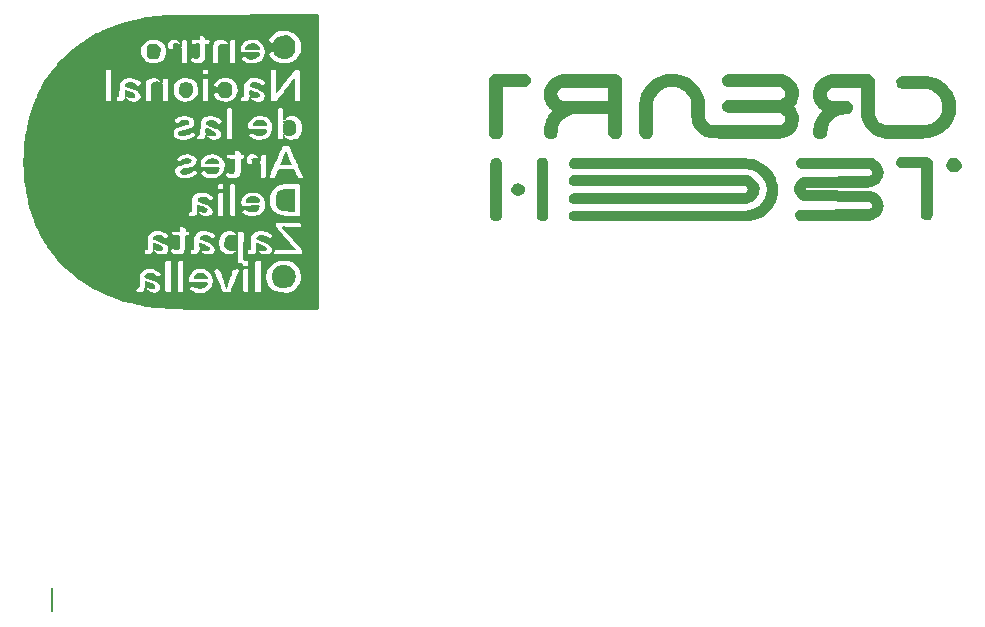
<source format=gbo>
G04 Layer: BottomSilkscreenLayer*
G04 EasyEDA v6.5.54, 2026-02-11 06:23:56*
G04 3bbecb6fe9b747f29c0abc7b8abece35,92e600de7ff74937a4e092c024f19ce6,10*
G04 Gerber Generator version 0.2*
G04 Scale: 100 percent, Rotated: No, Reflected: No *
G04 Dimensions in millimeters *
G04 leading zeros omitted , absolute positions ,4 integer and 5 decimal *
%FSLAX45Y45*%
%MOMM*%

%ADD10C,0.1270*%
%ADD11C,0.0140*%

%LPD*%
G36*
X-2977388Y6800596D02*
G01*
X-3010916Y6798360D01*
X-3029559Y6789521D01*
X-3044850Y6772605D01*
X-3044850Y6769404D01*
X-3051251Y6758838D01*
X-3051251Y6285433D01*
X-3042208Y6269278D01*
X-3028899Y6255461D01*
X-3017164Y6249162D01*
X-2996692Y6244640D01*
X-2981807Y6246520D01*
X-2966313Y6251498D01*
X-2953258Y6261506D01*
X-2946450Y6268161D01*
X-2936189Y6288074D01*
X-2934766Y6684873D01*
X-2931058Y6688328D01*
X-2747264Y6689699D01*
X-2727858Y6697319D01*
X-2711399Y6711543D01*
X-2701899Y6729577D01*
X-2701848Y6758838D01*
X-2710586Y6776110D01*
X-2724404Y6788861D01*
X-2738729Y6796430D01*
X-2754376Y6799376D01*
X-2761488Y6800291D01*
G37*
G36*
X-1502816Y6800443D02*
G01*
X-1511350Y6799529D01*
X-1534109Y6797903D01*
X-1559661Y6795211D01*
X-1602232Y6783120D01*
X-1615033Y6776770D01*
X-1619656Y6776770D01*
X-1626412Y6771792D01*
X-1636928Y6766814D01*
X-1659077Y6755130D01*
X-1678838Y6740194D01*
X-1684680Y6735572D01*
X-1702816Y6720230D01*
X-1730146Y6689648D01*
X-1735785Y6681774D01*
X-1749298Y6659067D01*
X-1752701Y6652463D01*
X-1756562Y6648043D01*
X-1763725Y6629857D01*
X-1767382Y6616344D01*
X-1770481Y6610959D01*
X-1778000Y6583273D01*
X-1781860Y6531457D01*
X-1781962Y6306261D01*
X-1778914Y6285738D01*
X-1770329Y6271463D01*
X-1758137Y6259677D01*
X-1740357Y6251295D01*
X-1722120Y6248654D01*
X-1703476Y6251651D01*
X-1689252Y6258407D01*
X-1675536Y6270447D01*
X-1664766Y6288074D01*
X-1663242Y6556705D01*
X-1656638Y6580631D01*
X-1648053Y6603847D01*
X-1644192Y6606895D01*
X-1644192Y6609994D01*
X-1634947Y6623253D01*
X-1626412Y6633667D01*
X-1616456Y6644335D01*
X-1610563Y6649770D01*
X-1596593Y6660946D01*
X-1589227Y6666280D01*
X-1563827Y6678422D01*
X-1534668Y6686296D01*
X-1503273Y6689445D01*
X-1471574Y6686346D01*
X-1442415Y6678371D01*
X-1417574Y6666179D01*
X-1397355Y6651752D01*
X-1383487Y6638950D01*
X-1376426Y6630162D01*
X-1368856Y6621780D01*
X-1355598Y6597903D01*
X-1347216Y6574739D01*
X-1342390Y6540754D01*
X-1343253Y6459118D01*
X-1338529Y6403797D01*
X-1331671Y6384696D01*
X-1331569Y6381191D01*
X-1326083Y6370523D01*
X-1325829Y6366560D01*
X-1314653Y6347917D01*
X-1310487Y6339281D01*
X-1287170Y6312052D01*
X-1274927Y6300978D01*
X-1253083Y6285433D01*
X-1240028Y6278270D01*
X-1222248Y6268872D01*
X-1214475Y6267145D01*
X-1211630Y6265062D01*
X-1193241Y6260592D01*
X-1187704Y6257848D01*
X-1160475Y6253937D01*
X-1070965Y6252006D01*
X-600760Y6252413D01*
X-570941Y6255258D01*
X-562406Y6257137D01*
X-535432Y6265214D01*
X-512724Y6276390D01*
X-498500Y6285382D01*
X-488645Y6293408D01*
X-473303Y6306718D01*
X-455879Y6327241D01*
X-441198Y6354572D01*
X-433933Y6375857D01*
X-428955Y6398463D01*
X-428955Y6441033D01*
X-436727Y6468008D01*
X-442569Y6480911D01*
X-451408Y6498183D01*
X-467563Y6520789D01*
X-470763Y6526580D01*
X-459993Y6539433D01*
X-449478Y6554317D01*
X-449478Y6556705D01*
X-444906Y6564680D01*
X-436626Y6583273D01*
X-429209Y6611213D01*
X-428040Y6644436D01*
X-432155Y6667093D01*
X-436372Y6683044D01*
X-443534Y6701637D01*
X-459333Y6728206D01*
X-478586Y6749643D01*
X-499922Y6766915D01*
X-513181Y6775399D01*
X-520903Y6778142D01*
X-528523Y6783273D01*
X-541121Y6787540D01*
X-565251Y6795008D01*
X-590854Y6798716D01*
X-1034034Y6798716D01*
X-1050747Y6792772D01*
X-1065530Y6783273D01*
X-1075588Y6770776D01*
X-1081887Y6757466D01*
X-1083360Y6736232D01*
X-1075994Y6716522D01*
X-1064107Y6702145D01*
X-1058214Y6699300D01*
X-1052525Y6694779D01*
X-1036878Y6688328D01*
X-590854Y6687007D01*
X-575411Y6680860D01*
X-563829Y6672478D01*
X-557580Y6665925D01*
X-550367Y6653479D01*
X-545998Y6633921D01*
X-550519Y6615226D01*
X-555701Y6604558D01*
X-568096Y6592417D01*
X-583742Y6584391D01*
X-590854Y6582054D01*
X-1032611Y6580631D01*
X-1051153Y6574739D01*
X-1068628Y6562598D01*
X-1077163Y6550050D01*
X-1083360Y6532778D01*
X-1081887Y6511493D01*
X-1074267Y6495542D01*
X-1064615Y6484467D01*
X-1051102Y6475374D01*
X-1031189Y6468922D01*
X-588010Y6467602D01*
X-571500Y6460032D01*
X-554482Y6445300D01*
X-551281Y6439712D01*
X-546506Y6419646D01*
X-548589Y6403797D01*
X-552653Y6393027D01*
X-561746Y6380683D01*
X-573786Y6371539D01*
X-583184Y6367068D01*
X-604570Y6363208D01*
X-1015593Y6363512D01*
X-1157630Y6365392D01*
X-1171854Y6370167D01*
X-1187450Y6377178D01*
X-1208786Y6397345D01*
X-1214983Y6405321D01*
X-1217015Y6413093D01*
X-1222959Y6423710D01*
X-1224737Y6556705D01*
X-1229156Y6577990D01*
X-1231087Y6596583D01*
X-1235252Y6607251D01*
X-1240637Y6624523D01*
X-1247648Y6643116D01*
X-1256233Y6657746D01*
X-1267815Y6678574D01*
X-1274114Y6687007D01*
X-1300175Y6717690D01*
X-1315313Y6730949D01*
X-1345895Y6754672D01*
X-1379220Y6772402D01*
X-1387754Y6776516D01*
X-1400556Y6781800D01*
X-1434642Y6791604D01*
X-1441754Y6793890D01*
X-1457350Y6796531D01*
X-1497126Y6799580D01*
G37*
G36*
X163474Y6795312D02*
G01*
X-154686Y6794703D01*
X-181711Y6788810D01*
X-202996Y6781952D01*
X-232816Y6767118D01*
X-252679Y6752183D01*
X-265633Y6740194D01*
X-281482Y6721602D01*
X-294589Y6699808D01*
X-301294Y6685584D01*
X-305003Y6671056D01*
X-308711Y6665722D01*
X-312013Y6622694D01*
X-308762Y6591604D01*
X-306273Y6587236D01*
X-301548Y6570014D01*
X-297942Y6564680D01*
X-293268Y6551777D01*
X-271830Y6521450D01*
X-251307Y6501993D01*
X-237998Y6492036D01*
X-237032Y6486245D01*
X-241350Y6479590D01*
X-250545Y6470142D01*
X-262382Y6454292D01*
X-271424Y6443675D01*
X-287375Y6413093D01*
X-294182Y6395161D01*
X-302158Y6371844D01*
X-305866Y6350609D01*
X-308965Y6337300D01*
X-309422Y6289446D01*
X-299212Y6270802D01*
X-287528Y6258407D01*
X-272389Y6250432D01*
X-252933Y6245860D01*
X-232816Y6249111D01*
X-215798Y6256426D01*
X-203809Y6267399D01*
X-196138Y6278778D01*
X-192481Y6290157D01*
X-186639Y6345275D01*
X-181152Y6358585D01*
X-177850Y6370523D01*
X-175361Y6373418D01*
X-162661Y6397345D01*
X-149047Y6412941D01*
X-141935Y6420104D01*
X-123647Y6434175D01*
X-100634Y6446570D01*
X-85090Y6450025D01*
X-70002Y6454902D01*
X-24028Y6460388D01*
X-9804Y6463284D01*
X4978Y6471056D01*
X16814Y6483553D01*
X25450Y6500825D01*
X25704Y6530085D01*
X16916Y6547408D01*
X4064Y6560667D01*
X-14071Y6569100D01*
X-19761Y6571132D01*
X-147624Y6572707D01*
X-164490Y6579006D01*
X-184556Y6597954D01*
X-194208Y6621018D01*
X-192328Y6639915D01*
X-185521Y6655612D01*
X-177444Y6665671D01*
X-167792Y6673697D01*
X-157886Y6680047D01*
X-143357Y6683654D01*
X89814Y6683705D01*
X94488Y6680352D01*
X95402Y6443675D01*
X105714Y6405118D01*
X111404Y6390487D01*
X117449Y6378498D01*
X120192Y6374536D01*
X125882Y6362547D01*
X133654Y6351524D01*
X147878Y6332016D01*
X176377Y6305397D01*
X205892Y6285026D01*
X238760Y6269228D01*
X255828Y6263741D01*
X275742Y6257950D01*
X309829Y6252362D01*
X612394Y6251295D01*
X645058Y6254394D01*
X680313Y6258102D01*
X697636Y6263284D01*
X727456Y6271818D01*
X767232Y6290970D01*
X778510Y6297015D01*
X819810Y6329578D01*
X848614Y6361430D01*
X862685Y6381191D01*
X884428Y6421069D01*
X884428Y6424117D01*
X898448Y6463639D01*
X902106Y6491528D01*
X902208Y6542074D01*
X898245Y6573926D01*
X884275Y6613855D01*
X877011Y6631178D01*
X874725Y6633819D01*
X862736Y6655104D01*
X857453Y6661454D01*
X857453Y6664553D01*
X852474Y6669836D01*
X842771Y6681673D01*
X836218Y6688328D01*
X821994Y6704634D01*
X797052Y6724192D01*
X779678Y6739128D01*
X731570Y6763156D01*
X687679Y6776466D01*
X664972Y6780631D01*
X616661Y6784949D01*
X441909Y6784086D01*
X420573Y6774484D01*
X403199Y6757111D01*
X395478Y6738569D01*
X396494Y6714947D01*
X404164Y6699554D01*
X420624Y6683298D01*
X436219Y6676694D01*
X444754Y6673900D01*
X637946Y6672021D01*
X657860Y6669278D01*
X685647Y6660845D01*
X704748Y6651548D01*
X721664Y6640728D01*
X740105Y6626098D01*
X755040Y6608572D01*
X760425Y6601917D01*
X776224Y6573977D01*
X778256Y6564680D01*
X782167Y6557518D01*
X785317Y6518097D01*
X782320Y6479489D01*
X776935Y6467602D01*
X775208Y6459321D01*
X766622Y6446316D01*
X759561Y6434378D01*
X747369Y6419392D01*
X733653Y6405676D01*
X715924Y6391605D01*
X689762Y6377787D01*
X674878Y6372758D01*
X652170Y6366154D01*
X606704Y6362954D01*
X311251Y6363970D01*
X283819Y6372352D01*
X268630Y6379565D01*
X260502Y6385153D01*
X239115Y6403797D01*
X226821Y6421069D01*
X219811Y6435699D01*
X216611Y6447637D01*
X212496Y6457696D01*
X212496Y6736232D01*
X209804Y6757924D01*
X200710Y6773418D01*
X191922Y6782206D01*
X178714Y6790181D01*
G37*
G36*
X-1975866Y6795109D02*
G01*
X-2436164Y6794500D01*
X-2457450Y6790181D01*
X-2468829Y6787286D01*
X-2480208Y6783171D01*
X-2512415Y6768134D01*
X-2535580Y6750913D01*
X-2552141Y6735013D01*
X-2557729Y6725564D01*
X-2566111Y6713626D01*
X-2570683Y6704279D01*
X-2574188Y6700316D01*
X-2582875Y6679031D01*
X-2588869Y6661607D01*
X-2591553Y6631279D01*
X-2475077Y6631279D01*
X-2471521Y6647434D01*
X-2459634Y6665722D01*
X-2449017Y6673697D01*
X-2437638Y6679895D01*
X-2422042Y6683705D01*
X-2051202Y6683654D01*
X-2044090Y6680301D01*
X-2043531Y6578803D01*
X-2049272Y6571996D01*
X-2421128Y6571996D01*
X-2442108Y6578244D01*
X-2455164Y6586626D01*
X-2464917Y6597903D01*
X-2472436Y6611924D01*
X-2475077Y6631279D01*
X-2591553Y6631279D01*
X-2591917Y6627164D01*
X-2590038Y6600901D01*
X-2585720Y6585966D01*
X-2583281Y6576364D01*
X-2574340Y6555384D01*
X-2568549Y6546088D01*
X-2545994Y6513728D01*
X-2534005Y6503517D01*
X-2519273Y6493002D01*
X-2519273Y6489750D01*
X-2517698Y6485940D01*
X-2534158Y6467195D01*
X-2552039Y6444386D01*
X-2555849Y6434378D01*
X-2562047Y6422390D01*
X-2568956Y6410045D01*
X-2569006Y6406438D01*
X-2572918Y6399428D01*
X-2583078Y6366560D01*
X-2584856Y6351930D01*
X-2587650Y6343243D01*
X-2589885Y6306718D01*
X-2587650Y6288074D01*
X-2581300Y6274816D01*
X-2572512Y6263894D01*
X-2561183Y6255715D01*
X-2546959Y6248857D01*
X-2525369Y6247180D01*
X-2510028Y6250533D01*
X-2496870Y6257086D01*
X-2482596Y6270802D01*
X-2474925Y6284722D01*
X-2472486Y6304076D01*
X-2468118Y6344005D01*
X-2460802Y6365240D01*
X-2449423Y6386474D01*
X-2440432Y6400190D01*
X-2421940Y6419900D01*
X-2402078Y6434480D01*
X-2380742Y6446316D01*
X-2358034Y6452362D01*
X-2340203Y6456172D01*
X-2306370Y6460286D01*
X-2050796Y6460286D01*
X-2044090Y6455206D01*
X-2042668Y6288074D01*
X-2032965Y6271361D01*
X-2021992Y6260744D01*
X-2006650Y6251600D01*
X-1992934Y6248704D01*
X-1973072Y6248704D01*
X-1964537Y6251244D01*
X-1951736Y6256731D01*
X-1935530Y6270904D01*
X-1926183Y6289446D01*
X-1926183Y6753504D01*
X-1935886Y6772909D01*
X-1952955Y6787692D01*
X-1965960Y6793077D01*
G37*
G36*
X441909Y6095847D02*
G01*
X424789Y6092393D01*
X411581Y6085179D01*
X401116Y6074308D01*
X394004Y6059779D01*
X394004Y6036767D01*
X402844Y6020511D01*
X415391Y6009690D01*
X427735Y6003544D01*
X593902Y6002883D01*
X599592Y6001664D01*
X603199Y5996178D01*
X603148Y5611266D01*
X605993Y5590184D01*
X611682Y5579160D01*
X621436Y5568543D01*
X639368Y5559399D01*
X666394Y5559450D01*
X681177Y5566714D01*
X691032Y5574792D01*
X699770Y5589320D01*
X702106Y5607304D01*
X701903Y6060694D01*
X694893Y6074003D01*
X683768Y6085281D01*
X673709Y6091123D01*
X656437Y6095746D01*
G37*
G36*
X-2609799Y6090615D02*
G01*
X-2626156Y6083858D01*
X-2635910Y6076899D01*
X-2646121Y6062522D01*
X-2648407Y6051397D01*
X-2648508Y5589676D01*
X-2645664Y5575503D01*
X-2635046Y5561025D01*
X-2612288Y5550611D01*
X-2583891Y5551627D01*
X-2563266Y5561736D01*
X-2552649Y5578043D01*
X-2552649Y6060694D01*
X-2561285Y6074460D01*
X-2575356Y6085382D01*
X-2585313Y6087973D01*
X-2589580Y6090615D01*
G37*
G36*
X-3005328Y6090615D02*
G01*
X-3022854Y6083046D01*
X-3033826Y6071666D01*
X-3040735Y6057595D01*
X-3043428Y6042101D01*
X-3043428Y5592419D01*
X-3036265Y5571388D01*
X-3026562Y5559044D01*
X-3010052Y5551525D01*
X-2978810Y5551525D01*
X-2960319Y5561076D01*
X-2951327Y5571947D01*
X-2945434Y5586780D01*
X-2945434Y6052718D01*
X-2950413Y6064707D01*
X-2957118Y6075730D01*
X-2970276Y6085128D01*
X-2984500Y6090513D01*
G37*
G36*
X160629Y6090310D02*
G01*
X-418947Y6089954D01*
X-437642Y6081725D01*
X-449173Y6070447D01*
X-457149Y6056782D01*
X-458368Y6034938D01*
X-449834Y6018174D01*
X-439013Y6006541D01*
X-428904Y6002578D01*
X-414680Y5998413D01*
X162052Y5996889D01*
X170586Y5992469D01*
X180949Y5982258D01*
X186029Y5972962D01*
X186182Y5954318D01*
X177139Y5941060D01*
X162407Y5931712D01*
X-373481Y5930290D01*
X-396900Y5924448D01*
X-414274Y5916269D01*
X-428904Y5906820D01*
X-443941Y5893155D01*
X-458012Y5874105D01*
X-458012Y5872632D01*
X-464820Y5858611D01*
X-471017Y5835243D01*
X-469900Y5812078D01*
X-464820Y5791149D01*
X-458571Y5778804D01*
X-448919Y5763107D01*
X-432409Y5746546D01*
X-417525Y5735828D01*
X-401878Y5728817D01*
X-396748Y5726176D01*
X-374904Y5720384D01*
X159258Y5718962D01*
X165100Y5716320D01*
X178409Y5708345D01*
X178409Y5705652D01*
X186232Y5695035D01*
X186131Y5676442D01*
X177088Y5661812D01*
X162407Y5652516D01*
X-424637Y5651144D01*
X-433730Y5646521D01*
X-437946Y5646521D01*
X-455269Y5633008D01*
X-464210Y5616600D01*
X-464362Y5592673D01*
X-455168Y5576163D01*
X-443077Y5565089D01*
X-427482Y5558078D01*
X164896Y5558078D01*
X194767Y5564276D01*
X220776Y5575960D01*
X243484Y5592013D01*
X257352Y5607304D01*
X264515Y5616600D01*
X273913Y5632348D01*
X279501Y5647182D01*
X283210Y5660491D01*
X286816Y5683504D01*
X285089Y5697677D01*
X280974Y5722366D01*
X276809Y5728309D01*
X274777Y5737606D01*
X267919Y5747512D01*
X267919Y5749696D01*
X258825Y5761532D01*
X245211Y5776468D01*
X222910Y5792419D01*
X201574Y5803138D01*
X169164Y5811875D01*
X-360680Y5813399D01*
X-369824Y5818581D01*
X-371094Y5821629D01*
X-369214Y5829808D01*
X-362864Y5836666D01*
X133654Y5836716D01*
X176580Y5839206D01*
X206552Y5848604D01*
X224586Y5858510D01*
X240182Y5869127D01*
X253187Y5881217D01*
X265938Y5897168D01*
X279247Y5922568D01*
X283311Y5941060D01*
X286359Y5958636D01*
X286359Y5971794D01*
X281787Y5996838D01*
X272389Y6018174D01*
X265938Y6030112D01*
X246634Y6052972D01*
X233121Y6063437D01*
X222504Y6070803D01*
X194767Y6083604D01*
X167741Y6089294D01*
G37*
G36*
X879449Y6086602D02*
G01*
X861618Y6083909D01*
X844702Y6075629D01*
X828090Y6059373D01*
X820419Y6044996D01*
X817118Y6025286D01*
X820521Y6006846D01*
X829462Y5991555D01*
X841095Y5980023D01*
X855421Y5971336D01*
X865276Y5968542D01*
X884224Y5965190D01*
X906475Y5969762D01*
X919226Y5975502D01*
X932891Y5987440D01*
X941425Y5999226D01*
X947013Y6012840D01*
X948740Y6028893D01*
X942746Y6050940D01*
X934872Y6063335D01*
X920191Y6076696D01*
X904849Y6083960D01*
X889406Y6086348D01*
G37*
G36*
X-883462Y6086348D02*
G01*
X-2343810Y6085992D01*
X-2360879Y6076848D01*
X-2371547Y6066028D01*
X-2377897Y6054090D01*
X-2377897Y6027470D01*
X-2370988Y6014313D01*
X-2361641Y6004610D01*
X-2342134Y5996228D01*
X-880618Y5995466D01*
X-847750Y5989878D01*
X-823823Y5982817D01*
X-793953Y5968949D01*
X-776071Y5956350D01*
X-774700Y5956350D01*
X-757428Y5941060D01*
X-738530Y5919774D01*
X-730300Y5907836D01*
X-719531Y5888837D01*
X-708152Y5857036D01*
X-704545Y5828030D01*
X-704545Y5808065D01*
X-708152Y5779312D01*
X-717600Y5752236D01*
X-725474Y5737606D01*
X-731520Y5726938D01*
X-741781Y5712307D01*
X-759866Y5693511D01*
X-771144Y5684418D01*
X-785723Y5673191D01*
X-803910Y5663336D01*
X-826058Y5653176D01*
X-829005Y5653176D01*
X-850188Y5646318D01*
X-886307Y5642000D01*
X-2343810Y5640527D01*
X-2357221Y5634126D01*
X-2367229Y5626404D01*
X-2377897Y5608624D01*
X-2377897Y5582005D01*
X-2371039Y5569000D01*
X-2362606Y5559958D01*
X-2345232Y5551424D01*
X-880618Y5550712D01*
X-850900Y5553456D01*
X-812444Y5560060D01*
X-785469Y5567629D01*
X-758444Y5580329D01*
X-736955Y5591454D01*
X-727202Y5597804D01*
X-712978Y5608675D01*
X-690270Y5626506D01*
X-678281Y5639206D01*
X-652475Y5668467D01*
X-639419Y5693714D01*
X-627430Y5716320D01*
X-615492Y5750915D01*
X-610057Y5773521D01*
X-605536Y5816041D01*
X-608736Y5854598D01*
X-612902Y5877204D01*
X-621690Y5903823D01*
X-628446Y5922772D01*
X-636117Y5937046D01*
X-639521Y5941060D01*
X-641553Y5947714D01*
X-650290Y5964986D01*
X-657606Y5974283D01*
X-681075Y6001359D01*
X-708761Y6023660D01*
X-731469Y6040678D01*
X-774039Y6062878D01*
X-786892Y6068314D01*
X-811022Y6074968D01*
X-840841Y6082792D01*
G37*
G36*
X-893419Y5944057D02*
G01*
X-2339543Y5943701D01*
X-2356002Y5937453D01*
X-2371445Y5923737D01*
X-2377694Y5910478D01*
X-2378913Y5890514D01*
X-2374138Y5875070D01*
X-2360574Y5859830D01*
X-2340762Y5851296D01*
X-887679Y5850636D01*
X-873506Y5842050D01*
X-865784Y5832906D01*
X-862888Y5820918D01*
X-865682Y5807303D01*
X-873353Y5797854D01*
X-887730Y5790133D01*
X-2332431Y5790082D01*
X-2347468Y5786323D01*
X-2359456Y5780582D01*
X-2368804Y5772200D01*
X-2375458Y5761532D01*
X-2380335Y5745226D01*
X-2375916Y5725261D01*
X-2367940Y5713577D01*
X-2356612Y5704179D01*
X-2339238Y5697067D01*
X-886307Y5697067D01*
X-869187Y5699404D01*
X-848664Y5705144D01*
X-832256Y5712409D01*
X-823366Y5718302D01*
X-820978Y5718352D01*
X-806754Y5730544D01*
X-803656Y5732272D01*
X-784047Y5754928D01*
X-775106Y5772150D01*
X-770382Y5782157D01*
X-766114Y5804103D01*
X-763625Y5821121D01*
X-770382Y5857290D01*
X-778662Y5875883D01*
X-785266Y5886500D01*
X-797966Y5902452D01*
X-814933Y5916980D01*
X-825246Y5923940D01*
X-843686Y5933490D01*
X-865022Y5940602D01*
G37*
G36*
X-2811272Y5873902D02*
G01*
X-2827629Y5869889D01*
X-2839161Y5864402D01*
X-2851556Y5853734D01*
X-2858973Y5841847D01*
X-2864764Y5825337D01*
X-2864561Y5813653D01*
X-2856992Y5792419D01*
X-2838196Y5774588D01*
X-2818282Y5767730D01*
X-2804769Y5766003D01*
X-2782773Y5771642D01*
X-2769463Y5779617D01*
X-2759252Y5791301D01*
X-2750820Y5809894D01*
X-2750820Y5830112D01*
X-2760065Y5850229D01*
X-2772816Y5862675D01*
X-2788716Y5871210D01*
X-2804058Y5873597D01*
G37*
G36*
X-4504334Y7304176D02*
G01*
X-5667197Y7301992D01*
X-5804103Y7297115D01*
X-5849366Y7290866D01*
X-5893003Y7287869D01*
X-5923788Y7281367D01*
X-5964834Y7277252D01*
X-5985357Y7272477D01*
X-6021273Y7264958D01*
X-6057188Y7258913D01*
X-6095085Y7249668D01*
X-6100826Y7245654D01*
X-6128715Y7240422D01*
X-6134404Y7236256D01*
X-6154724Y7231786D01*
X-6190691Y7219848D01*
X-6208268Y7215174D01*
X-6226505Y7206538D01*
X-6231382Y7206538D01*
X-6295847Y7179868D01*
X-6324092Y7167829D01*
X-6365189Y7147661D01*
X-6377990Y7141870D01*
X-6457492Y7096556D01*
X-6481267Y7080656D01*
X-6495592Y7071563D01*
X-6526784Y7049566D01*
X-6529374Y7046315D01*
X-6557568Y7026859D01*
X-6580467Y7008469D01*
X-5999480Y7008469D01*
X-5989777Y7033006D01*
X-5975400Y7055459D01*
X-5957062Y7071563D01*
X-5924651Y7086752D01*
X-5885281Y7088022D01*
X-5859983Y7086041D01*
X-5846775Y7078370D01*
X-5827776Y7069836D01*
X-5808167Y7048906D01*
X-5799836Y7037273D01*
X-5796917Y7028484D01*
X-5771083Y7028484D01*
X-5771083Y7056983D01*
X-5764174Y7071563D01*
X-5742889Y7088581D01*
X-5723636Y7087920D01*
X-5704433Y7085177D01*
X-5676290Y7067042D01*
X-5673090Y7054240D01*
X-5675934Y7051700D01*
X-5682538Y7054748D01*
X-5695391Y7061301D01*
X-5714898Y7061352D01*
X-5727446Y7050227D01*
X-5727481Y7049770D01*
X-5673598Y7049770D01*
X-5669026Y7052259D01*
X-5663641Y7046468D01*
X-5667908Y7040321D01*
X-5673598Y7049770D01*
X-5727481Y7049770D01*
X-5728208Y7039813D01*
X-5727792Y7030212D01*
X-5660796Y7030212D01*
X-5654344Y7037070D01*
X-5651652Y7081520D01*
X-5649214Y7083552D01*
X-5618124Y7086650D01*
X-5610758Y7078827D01*
X-5609082Y6926376D01*
X-5609322Y6909511D01*
X-5578602Y6909511D01*
X-5578449Y6921855D01*
X-5570931Y6930644D01*
X-5570931Y6938619D01*
X-5565749Y6941413D01*
X-5543499Y6925259D01*
X-5522874Y6925259D01*
X-5509260Y6934708D01*
X-5501640Y6947712D01*
X-5501640Y7049922D01*
X-5514035Y7057085D01*
X-5557977Y7053935D01*
X-5570931Y7061453D01*
X-5570931Y7077557D01*
X-5565241Y7086904D01*
X-5519877Y7083907D01*
X-5501640Y7090613D01*
X-5501640Y7120636D01*
X-5496306Y7129424D01*
X-5492699Y7129119D01*
X-5467045Y7113778D01*
X-5458002Y7106716D01*
X-5458002Y7093508D01*
X-5454904Y7086295D01*
X-5429808Y7086295D01*
X-5419039Y7076795D01*
X-5422544Y7060234D01*
X-5427472Y7055713D01*
X-5456732Y7053427D01*
X-5456902Y7044944D01*
X-5394401Y7044944D01*
X-5386679Y7055713D01*
X-5383225Y7066025D01*
X-5370525Y7077252D01*
X-5367985Y7077252D01*
X-5354015Y7086396D01*
X-5313070Y7088327D01*
X-5303012Y7085787D01*
X-5289956Y7078573D01*
X-5265521Y7060946D01*
X-5265521Y7051802D01*
X-5284774Y7055103D01*
X-5326786Y7055713D01*
X-5340451Y7044334D01*
X-5345770Y7035292D01*
X-5250942Y7035292D01*
X-5249773Y7046620D01*
X-5248452Y7076084D01*
X-5247589Y7081062D01*
X-5234584Y7086295D01*
X-5206847Y7086295D01*
X-5203799Y7081977D01*
X-5203373Y6987082D01*
X-5155234Y6987082D01*
X-5155031Y7014870D01*
X-5145532Y7045706D01*
X-5137251Y7053783D01*
X-5137251Y7058812D01*
X-5113934Y7075678D01*
X-5087264Y7086752D01*
X-5035854Y7088428D01*
X-5020513Y7084568D01*
X-4918811Y7084568D01*
X-4902454Y7113778D01*
X-4869129Y7144410D01*
X-4848555Y7152233D01*
X-4833162Y7159650D01*
X-4753610Y7160971D01*
X-4738217Y7157161D01*
X-4715103Y7147001D01*
X-4691989Y7130643D01*
X-4678883Y7119213D01*
X-4660950Y7096506D01*
X-4647590Y7062470D01*
X-4644847Y7020001D01*
X-4649724Y6982053D01*
X-4659680Y6959803D01*
X-4677867Y6934708D01*
X-4700473Y6914388D01*
X-4722825Y6902907D01*
X-4758080Y6891223D01*
X-4814112Y6891223D01*
X-4848301Y6900976D01*
X-4866538Y6910273D01*
X-4884470Y6921804D01*
X-4889296Y6928662D01*
X-4903724Y6939889D01*
X-4903724Y6944207D01*
X-4910734Y6951319D01*
X-4916373Y6966203D01*
X-4913833Y6972096D01*
X-4890668Y6989216D01*
X-4878273Y6986473D01*
X-4872990Y6969506D01*
X-4853686Y6947153D01*
X-4829251Y6933895D01*
X-4799838Y6927697D01*
X-4772406Y6927545D01*
X-4744059Y6934809D01*
X-4727956Y6944715D01*
X-4712411Y6958126D01*
X-4698898Y6983120D01*
X-4692548Y7017105D01*
X-4692548Y7026198D01*
X-4698288Y7069277D01*
X-4713528Y7097064D01*
X-4728311Y7110120D01*
X-4745939Y7117638D01*
X-4766818Y7125208D01*
X-4817821Y7123430D01*
X-4841595Y7114692D01*
X-4858816Y7100925D01*
X-4873142Y7081621D01*
X-4879340Y7064806D01*
X-4887976Y7063384D01*
X-4918811Y7084568D01*
X-5020513Y7084568D01*
X-4997754Y7074458D01*
X-4967935Y7047382D01*
X-4967884Y7039813D01*
X-4957318Y7024522D01*
X-4952339Y6986168D01*
X-4959858Y6948271D01*
X-4967986Y6934453D01*
X-4979974Y6918756D01*
X-4987188Y6912660D01*
X-5012893Y6898233D01*
X-5033314Y6890664D01*
X-5093766Y6890766D01*
X-5100574Y6895795D01*
X-5124754Y6907174D01*
X-5147513Y6923938D01*
X-5147411Y6933184D01*
X-5126786Y6948373D01*
X-5119319Y6945833D01*
X-5119319Y6941566D01*
X-5094376Y6925716D01*
X-5066538Y6920585D01*
X-5031740Y6924954D01*
X-5006390Y6939330D01*
X-5006187Y6944563D01*
X-4996281Y6962698D01*
X-4996129Y6979412D01*
X-5005527Y6982002D01*
X-5147259Y6981190D01*
X-5155234Y6987082D01*
X-5203373Y6987082D01*
X-5202885Y6899148D01*
X-5206441Y6894118D01*
X-5230317Y6891731D01*
X-5245963Y6895693D01*
X-5249672Y6900976D01*
X-5250942Y7035292D01*
X-5345770Y7035292D01*
X-5347309Y7032650D01*
X-5348782Y6901586D01*
X-5357926Y6893509D01*
X-5372049Y6893052D01*
X-5392623Y6893915D01*
X-5393944Y6895084D01*
X-5394401Y7044944D01*
X-5456902Y7044944D01*
X-5459272Y6926376D01*
X-5470601Y6910527D01*
X-5494274Y6890105D01*
X-5546547Y6890461D01*
X-5578602Y6909511D01*
X-5609322Y6909511D01*
X-5609386Y6901789D01*
X-5616397Y6892340D01*
X-5646216Y6892950D01*
X-5653024Y6901180D01*
X-5653024Y7013854D01*
X-5660796Y7030212D01*
X-5727792Y7030212D01*
X-5726938Y7011670D01*
X-5739688Y7008825D01*
X-5762142Y7012686D01*
X-5771083Y7028484D01*
X-5796917Y7028484D01*
X-5790946Y7010349D01*
X-5788660Y6972858D01*
X-5799531Y6944563D01*
X-5808268Y6928662D01*
X-5824118Y6911746D01*
X-5843778Y6899960D01*
X-5869889Y6890867D01*
X-5921705Y6890867D01*
X-5941618Y6900316D01*
X-5945632Y6900316D01*
X-5968644Y6915048D01*
X-5991707Y6946798D01*
X-5991961Y6958126D01*
X-5999276Y6969506D01*
X-5999480Y7008469D01*
X-6580530Y7008418D01*
X-6603390Y6989927D01*
X-6644843Y6952792D01*
X-6670497Y6926580D01*
X-6691122Y6905955D01*
X-6712813Y6882485D01*
X-6712813Y6878320D01*
X-6723125Y6870090D01*
X-6723125Y6866280D01*
X-6732066Y6857644D01*
X-6744106Y6842455D01*
X-6752607Y6830822D01*
X-6295339Y6830822D01*
X-6285636Y6834225D01*
X-6254394Y6834530D01*
X-6250940Y6831482D01*
X-6250940Y6800088D01*
X-5475173Y6800088D01*
X-5474716Y6830669D01*
X-5464403Y6834225D01*
X-5433212Y6834530D01*
X-5429808Y6831482D01*
X-5429808Y6798716D01*
X-5437886Y6795973D01*
X-5462828Y6795973D01*
X-5475173Y6800088D01*
X-6250940Y6800088D01*
X-6250940Y6576822D01*
X-6207302Y6576822D01*
X-6207302Y6594348D01*
X-6202070Y6603136D01*
X-6189980Y6603136D01*
X-6183020Y6610553D01*
X-6182309Y6692747D01*
X-6174536Y6725818D01*
X-6161481Y6743242D01*
X-6138926Y6759549D01*
X-6103416Y6764121D01*
X-6085433Y6763613D01*
X-6057900Y6760108D01*
X-6031534Y6747509D01*
X-6004610Y6729628D01*
X-6004610Y6719773D01*
X-6026912Y6700418D01*
X-6055563Y6725107D01*
X-6088430Y6730187D01*
X-6103416Y6730187D01*
X-6120942Y6725716D01*
X-6135420Y6713474D01*
X-6138621Y6698386D01*
X-6130239Y6687058D01*
X-6120384Y6687058D01*
X-6117437Y6682841D01*
X-6098286Y6677558D01*
X-6077712Y6669278D01*
X-6032957Y6650786D01*
X-6027674Y6650786D01*
X-6027674Y6646672D01*
X-6010503Y6628485D01*
X-6003848Y6607352D01*
X-6012281Y6591655D01*
X-6012281Y6585153D01*
X-6022506Y6576822D01*
X-5961024Y6576822D01*
X-5960922Y6722211D01*
X-5948883Y6745173D01*
X-5927648Y6760006D01*
X-5895543Y6764121D01*
X-5882690Y6763766D01*
X-5861761Y6758533D01*
X-5835700Y6738112D01*
X-5833922Y6729018D01*
X-5845200Y6727596D01*
X-5858510Y6735318D01*
X-5891733Y6732981D01*
X-5908880Y6721398D01*
X-5822746Y6721398D01*
X-5817565Y6726936D01*
X-5816041Y6758533D01*
X-5777280Y6759854D01*
X-5773674Y6756653D01*
X-5773674Y6695033D01*
X-5723636Y6695033D01*
X-5711139Y6719976D01*
X-5696204Y6737045D01*
X-5665419Y6757974D01*
X-5644083Y6762496D01*
X-5608116Y6763054D01*
X-5582462Y6760311D01*
X-5578738Y6758533D01*
X-5474665Y6758533D01*
X-5429808Y6759854D01*
X-5429692Y6712610D01*
X-5383834Y6712610D01*
X-5374132Y6722211D01*
X-5357926Y6743446D01*
X-5328208Y6759397D01*
X-5295087Y6764172D01*
X-5269433Y6763918D01*
X-5241137Y6757212D01*
X-5223205Y6746443D01*
X-5193741Y6721195D01*
X-5193741Y6711848D01*
X-5183886Y6694830D01*
X-5180482Y6658711D01*
X-5185664Y6633768D01*
X-5194554Y6611061D01*
X-5211267Y6594449D01*
X-5219192Y6583730D01*
X-5229857Y6579057D01*
X-5152644Y6579057D01*
X-5152644Y6597700D01*
X-5146497Y6603136D01*
X-5135473Y6603136D01*
X-5126634Y6611823D01*
X-5125161Y6708597D01*
X-5115407Y6732981D01*
X-5095240Y6750862D01*
X-5074056Y6761886D01*
X-5023053Y6764121D01*
X-4995976Y6757466D01*
X-4979416Y6750050D01*
X-4954574Y6733590D01*
X-4947767Y6722059D01*
X-4969306Y6700164D01*
X-4999990Y6723329D01*
X-5036616Y6733031D01*
X-5064099Y6727190D01*
X-5081066Y6712203D01*
X-5079492Y6690868D01*
X-5043627Y6677914D01*
X-5028184Y6671360D01*
X-5012791Y6668160D01*
X-4992268Y6658508D01*
X-4976876Y6649669D01*
X-4958283Y6633768D01*
X-4949494Y6609943D01*
X-4958283Y6586118D01*
X-4969102Y6575856D01*
X-4900726Y6575856D01*
X-4899710Y6830720D01*
X-4889652Y6834225D01*
X-4861458Y6834428D01*
X-4855006Y6830872D01*
X-4853686Y6642912D01*
X-4844999Y6641439D01*
X-4836871Y6654190D01*
X-4826863Y6667804D01*
X-4818329Y6681419D01*
X-4800904Y6701790D01*
X-4763973Y6749440D01*
X-4732528Y6788150D01*
X-4723942Y6801612D01*
X-4695494Y6834530D01*
X-4660595Y6834530D01*
X-4654651Y6828180D01*
X-4656124Y6575755D01*
X-4663795Y6571183D01*
X-4693716Y6572808D01*
X-4698542Y6579311D01*
X-4697882Y6756247D01*
X-4701540Y6764172D01*
X-4704842Y6764070D01*
X-4748479Y6705498D01*
X-4785817Y6658711D01*
X-4793538Y6649618D01*
X-4843830Y6586118D01*
X-4859680Y6571386D01*
X-4891278Y6571386D01*
X-4900726Y6575856D01*
X-4969102Y6575856D01*
X-4970932Y6574129D01*
X-4999177Y6564579D01*
X-5016601Y6564579D01*
X-5048758Y6577990D01*
X-5065115Y6593382D01*
X-5068519Y6605422D01*
X-5061966Y6605422D01*
X-5053838Y6598970D01*
X-5025136Y6594348D01*
X-4999990Y6600037D01*
X-4993640Y6611061D01*
X-4996738Y6626961D01*
X-5014518Y6643471D01*
X-5033975Y6646214D01*
X-5040376Y6653022D01*
X-5046218Y6653022D01*
X-5070297Y6664401D01*
X-5077460Y6664401D01*
X-5086604Y6655409D01*
X-5083098Y6636003D01*
X-5080203Y6614566D01*
X-5088534Y6599021D01*
X-5088534Y6583019D01*
X-5105196Y6572503D01*
X-5145836Y6570878D01*
X-5152644Y6579057D01*
X-5229857Y6579057D01*
X-5246319Y6571792D01*
X-5284368Y6563766D01*
X-5316270Y6568592D01*
X-5348986Y6580987D01*
X-5373725Y6604253D01*
X-5383530Y6621018D01*
X-5380228Y6628638D01*
X-5347919Y6641998D01*
X-5336997Y6621576D01*
X-5311038Y6598615D01*
X-5268010Y6598615D01*
X-5247436Y6610654D01*
X-5230926Y6631482D01*
X-5230926Y6699656D01*
X-5249926Y6725005D01*
X-5279999Y6732422D01*
X-5297627Y6732422D01*
X-5317236Y6727596D01*
X-5336946Y6711899D01*
X-5347716Y6691579D01*
X-5360974Y6691579D01*
X-5373979Y6700672D01*
X-5380482Y6700672D01*
X-5383834Y6712610D01*
X-5429692Y6712610D01*
X-5429961Y6574942D01*
X-5436209Y6571183D01*
X-5470601Y6572656D01*
X-5472938Y6574790D01*
X-5474665Y6758533D01*
X-5578738Y6758533D01*
X-5555437Y6747408D01*
X-5529884Y6720636D01*
X-5529884Y6713524D01*
X-5522417Y6706209D01*
X-5513882Y6668922D01*
X-5521960Y6626555D01*
X-5535726Y6602018D01*
X-5565140Y6576923D01*
X-5593283Y6569100D01*
X-5635498Y6563817D01*
X-5649976Y6571386D01*
X-5655970Y6571386D01*
X-5683250Y6582409D01*
X-5709970Y6609283D01*
X-5722874Y6636003D01*
X-5723636Y6695033D01*
X-5773674Y6695033D01*
X-5773674Y6578498D01*
X-5781751Y6571386D01*
X-5811113Y6571386D01*
X-5817311Y6576822D01*
X-5817311Y6704075D01*
X-5822746Y6721398D01*
X-5908880Y6721398D01*
X-5909106Y6721246D01*
X-5917387Y6699859D01*
X-5917387Y6574129D01*
X-5925515Y6571386D01*
X-5954826Y6571386D01*
X-5961024Y6576822D01*
X-6022506Y6576822D01*
X-6026353Y6573672D01*
X-6058712Y6564122D01*
X-6094018Y6571792D01*
X-6113780Y6584594D01*
X-6125514Y6603136D01*
X-6117031Y6606082D01*
X-6113576Y6601155D01*
X-6099251Y6596329D01*
X-6063437Y6596329D01*
X-6050788Y6607454D01*
X-6050788Y6625183D01*
X-6060592Y6636003D01*
X-6077712Y6643573D01*
X-6106922Y6655308D01*
X-6110020Y6655308D01*
X-6124803Y6664959D01*
X-6137706Y6662115D01*
X-6139281Y6647383D01*
X-6135674Y6620154D01*
X-6138722Y6597446D01*
X-6145479Y6585661D01*
X-6163868Y6571386D01*
X-6201156Y6571386D01*
X-6207302Y6576822D01*
X-6250940Y6576822D01*
X-6250940Y6574129D01*
X-6259068Y6571386D01*
X-6285636Y6571691D01*
X-6294526Y6574840D01*
X-6295339Y6830822D01*
X-6752607Y6830822D01*
X-6765493Y6812991D01*
X-6780580Y6795312D01*
X-6788505Y6782358D01*
X-6819087Y6735825D01*
X-6846570Y6685940D01*
X-6851294Y6679133D01*
X-6862064Y6658711D01*
X-6880098Y6617868D01*
X-6884771Y6613550D01*
X-6884771Y6606540D01*
X-6892848Y6592925D01*
X-6907784Y6552082D01*
X-6913270Y6538468D01*
X-6926471Y6501688D01*
X-5275935Y6501688D01*
X-5267299Y6510121D01*
X-5238343Y6510121D01*
X-5232196Y6504685D01*
X-5232196Y6503924D01*
X-4842205Y6503924D01*
X-4836414Y6510121D01*
X-4806543Y6510121D01*
X-4798517Y6503009D01*
X-4798517Y6405778D01*
X-4783226Y6405778D01*
X-4776114Y6420510D01*
X-4760976Y6433058D01*
X-4731969Y6442049D01*
X-4717389Y6442049D01*
X-4682998Y6431788D01*
X-4662728Y6414465D01*
X-4649876Y6395008D01*
X-4638852Y6359550D01*
X-4638548Y6316167D01*
X-4647133Y6301638D01*
X-4647133Y6293561D01*
X-4661103Y6269177D01*
X-4683201Y6252006D01*
X-4700574Y6244691D01*
X-4731207Y6241846D01*
X-4757064Y6247333D01*
X-4766462Y6256578D01*
X-4777384Y6260287D01*
X-4780940Y6272733D01*
X-4790744Y6283807D01*
X-4787442Y6288481D01*
X-4780686Y6280200D01*
X-4761280Y6273596D01*
X-4736185Y6271463D01*
X-4709972Y6282029D01*
X-4699457Y6291224D01*
X-4686909Y6309360D01*
X-4686909Y6368338D01*
X-4696206Y6389674D01*
X-4714443Y6403797D01*
X-4727956Y6408572D01*
X-4754880Y6410452D01*
X-4788560Y6398564D01*
X-4795672Y6401003D01*
X-4797755Y6395567D01*
X-4792268Y6387795D01*
X-4798517Y6367170D01*
X-4798314Y6313881D01*
X-4793792Y6293510D01*
X-4798517Y6289192D01*
X-4798517Y6249416D01*
X-4807508Y6245504D01*
X-4840884Y6248095D01*
X-4842205Y6503924D01*
X-5232196Y6503924D01*
X-5232196Y6340703D01*
X-5091074Y6340703D01*
X-5090972Y6366103D01*
X-5084521Y6393281D01*
X-5063032Y6418935D01*
X-5038496Y6433616D01*
X-4999990Y6441998D01*
X-4979416Y6441795D01*
X-4953762Y6434836D01*
X-4943551Y6430518D01*
X-4927650Y6422796D01*
X-4906314Y6402374D01*
X-4903165Y6393281D01*
X-4892954Y6373215D01*
X-4890211Y6329273D01*
X-4896764Y6298031D01*
X-4909921Y6277610D01*
X-4932172Y6258306D01*
X-4957673Y6246876D01*
X-4999990Y6241846D01*
X-5040172Y6247282D01*
X-5066792Y6262319D01*
X-5083759Y6276340D01*
X-5080152Y6286703D01*
X-5062067Y6302298D01*
X-5051298Y6291021D01*
X-5033314Y6279743D01*
X-5020056Y6274663D01*
X-4987188Y6271717D01*
X-4958689Y6282182D01*
X-4944821Y6291884D01*
X-4944821Y6296304D01*
X-4934153Y6308242D01*
X-4933238Y6328410D01*
X-4939080Y6333591D01*
X-5081574Y6333083D01*
X-5091074Y6340703D01*
X-5232196Y6340703D01*
X-5232196Y6249517D01*
X-5238546Y6246063D01*
X-5268925Y6246774D01*
X-5274564Y6251752D01*
X-5275935Y6501688D01*
X-6926471Y6501688D01*
X-6933895Y6481775D01*
X-6940296Y6454546D01*
X-6945782Y6445453D01*
X-6949592Y6416395D01*
X-6956044Y6402374D01*
X-6959853Y6372961D01*
X-6966407Y6356604D01*
X-6969607Y6320688D01*
X-6976872Y6298031D01*
X-6979019Y6277102D01*
X-5724906Y6277102D01*
X-5724906Y6314389D01*
X-5709869Y6331102D01*
X-5691886Y6341922D01*
X-5667197Y6351727D01*
X-5641543Y6355537D01*
X-5615838Y6363055D01*
X-5596585Y6370167D01*
X-5590641Y6376466D01*
X-5590997Y6397345D01*
X-5604459Y6409182D01*
X-5653532Y6408521D01*
X-5681827Y6391249D01*
X-5687618Y6383070D01*
X-5700522Y6383274D01*
X-5715000Y6400088D01*
X-5711952Y6413703D01*
X-5707380Y6415074D01*
X-5678119Y6433261D01*
X-5633770Y6441897D01*
X-5618429Y6441897D01*
X-5597906Y6435344D01*
X-5583885Y6435293D01*
X-5575503Y6423914D01*
X-5564073Y6423914D01*
X-5549849Y6399022D01*
X-5550001Y6369456D01*
X-5560923Y6353810D01*
X-5585053Y6338671D01*
X-5613298Y6328968D01*
X-5636412Y6326174D01*
X-5679236Y6314236D01*
X-5687060Y6299657D01*
X-5683605Y6283299D01*
X-5664708Y6271920D01*
X-5633262Y6271920D01*
X-5599988Y6282588D01*
X-5581396Y6293764D01*
X-5570524Y6305956D01*
X-5563616Y6305956D01*
X-5545277Y6287008D01*
X-5545429Y6282131D01*
X-5564479Y6263640D01*
X-5576988Y6257594D01*
X-5525211Y6257594D01*
X-5520740Y6277559D01*
X-5505500Y6281521D01*
X-5497830Y6284925D01*
X-5496814Y6384239D01*
X-5484876Y6409182D01*
X-5475478Y6422796D01*
X-5456732Y6433616D01*
X-5418277Y6441998D01*
X-5402834Y6441744D01*
X-5379770Y6435344D01*
X-5369509Y6435191D01*
X-5356656Y6428638D01*
X-5344109Y6423710D01*
X-5317185Y6403340D01*
X-5327091Y6388455D01*
X-5339537Y6378143D01*
X-5349443Y6382867D01*
X-5366461Y6396888D01*
X-5393080Y6408064D01*
X-5419750Y6408064D01*
X-5438698Y6401003D01*
X-5449925Y6391656D01*
X-5453380Y6373876D01*
X-5445353Y6363055D01*
X-5428640Y6359804D01*
X-5418277Y6353962D01*
X-5399227Y6350863D01*
X-5393232Y6344513D01*
X-5387390Y6344513D01*
X-5369509Y6336080D01*
X-5356656Y6332575D01*
X-5331510Y6314084D01*
X-5322112Y6295745D01*
X-5322011Y6276543D01*
X-5330190Y6258560D01*
X-5347055Y6247130D01*
X-5380634Y6242405D01*
X-5407964Y6247485D01*
X-5436209Y6267856D01*
X-5440019Y6276898D01*
X-5437174Y6281013D01*
X-5430570Y6281013D01*
X-5420868Y6271514D01*
X-5376011Y6273088D01*
X-5364327Y6283401D01*
X-5364327Y6302756D01*
X-5382310Y6317183D01*
X-5393588Y6317284D01*
X-5396687Y6321806D01*
X-5434228Y6337706D01*
X-5446776Y6337706D01*
X-5456428Y6331508D01*
X-5455005Y6305296D01*
X-5450484Y6294628D01*
X-5454502Y6285534D01*
X-5442661Y6285534D01*
X-5442661Y6283299D01*
X-5445201Y6283299D01*
X-5445201Y6285534D01*
X-5454502Y6285534D01*
X-5455005Y6284417D01*
X-5461050Y6257036D01*
X-5480862Y6246977D01*
X-5519724Y6246977D01*
X-5525211Y6257594D01*
X-5576988Y6257594D01*
X-5597906Y6247485D01*
X-5631688Y6242456D01*
X-5653735Y6242456D01*
X-5687669Y6247942D01*
X-5707735Y6257950D01*
X-5724906Y6277102D01*
X-6979019Y6277102D01*
X-6982459Y6243574D01*
X-6987133Y6214110D01*
X-6990130Y6123330D01*
X-6995718Y6056630D01*
X-6990896Y5968492D01*
X-5712561Y5968492D01*
X-5709920Y5980430D01*
X-5701131Y6002070D01*
X-5680202Y6016752D01*
X-5662066Y6022746D01*
X-5644083Y6026404D01*
X-5626100Y6033312D01*
X-5600446Y6036614D01*
X-5582462Y6044590D01*
X-5574131Y6053023D01*
X-5570829Y6069330D01*
X-5581243Y6081064D01*
X-5609742Y6086297D01*
X-5646470Y6080455D01*
X-5679643Y6055614D01*
X-5699252Y6075172D01*
X-5699252Y6081776D01*
X-5670804Y6106363D01*
X-5664504Y6106363D01*
X-5646623Y6114796D01*
X-5600446Y6117183D01*
X-5587593Y6115151D01*
X-5564479Y6107734D01*
X-5542838Y6092291D01*
X-5530342Y6068923D01*
X-5533948Y6043930D01*
X-5547106Y6025794D01*
X-5561939Y6019190D01*
X-5569661Y6013653D01*
X-5577390Y6011773D01*
X-5496509Y6011773D01*
X-5496509Y6049264D01*
X-5489498Y6062116D01*
X-5477560Y6084773D01*
X-5456732Y6102045D01*
X-5425948Y6115100D01*
X-5387441Y6117336D01*
X-5361787Y6113729D01*
X-5341213Y6103213D01*
X-5322011Y6088176D01*
X-5316931Y6088176D01*
X-5316931Y6081979D01*
X-5306822Y6070650D01*
X-5293309Y6034887D01*
X-5296052Y5985764D01*
X-5304028Y5974943D01*
X-5304028Y5969558D01*
X-5321960Y5945733D01*
X-5324760Y5943650D01*
X-5281930Y5943650D01*
X-5273243Y5957011D01*
X-5273141Y5964580D01*
X-5268671Y5970879D01*
X-5245811Y5954369D01*
X-5223205Y5954420D01*
X-5210352Y5960110D01*
X-5201412Y5975908D01*
X-5201412Y6076289D01*
X-5209336Y6082131D01*
X-5269179Y6083808D01*
X-5271312Y6085687D01*
X-5271973Y6110478D01*
X-5268315Y6113729D01*
X-5207812Y6115964D01*
X-5201412Y6120485D01*
X-5201412Y6149086D01*
X-5198313Y6156248D01*
X-5192471Y6156198D01*
X-5181600Y6150559D01*
X-5161026Y6140551D01*
X-5157825Y6130137D01*
X-5157774Y6120079D01*
X-5146243Y6113373D01*
X-5130292Y6113830D01*
X-5124450Y6110630D01*
X-5124450Y6084265D01*
X-5155031Y6081166D01*
X-5158079Y6076797D01*
X-5157998Y6059271D01*
X-5106466Y6059271D01*
X-5106466Y6088380D01*
X-5096408Y6105855D01*
X-5069535Y6117691D01*
X-5053838Y6117234D01*
X-5037582Y6113780D01*
X-5009134Y6092342D01*
X-5006035Y6083706D01*
X-5009134Y6079286D01*
X-5023053Y6084519D01*
X-5031181Y6090462D01*
X-5047284Y6090462D01*
X-5065826Y6076035D01*
X-5064726Y6067399D01*
X-5001717Y6067399D01*
X-4999786Y6075730D01*
X-4995976Y6067145D01*
X-4998720Y6064758D01*
X-5001717Y6067399D01*
X-5064726Y6067399D01*
X-5063083Y6055309D01*
X-5061892Y6049314D01*
X-4993589Y6049314D01*
X-4993589Y6064605D01*
X-4988356Y6069177D01*
X-4987696Y6107480D01*
X-4979924Y6115405D01*
X-4956048Y6115405D01*
X-4946091Y6108954D01*
X-4944693Y5938469D01*
X-4911699Y5938469D01*
X-4903724Y5948578D01*
X-4903724Y5955487D01*
X-4895748Y5969000D01*
X-4872939Y6021374D01*
X-4872939Y6025286D01*
X-4863287Y6043930D01*
X-4852974Y6066637D01*
X-4821631Y6137300D01*
X-4821631Y6143802D01*
X-4809540Y6164173D01*
X-4806289Y6175552D01*
X-4794707Y6187998D01*
X-4779264Y6189573D01*
X-4748682Y6187744D01*
X-4742434Y6183172D01*
X-4738827Y6168745D01*
X-4729226Y6152896D01*
X-4729073Y6146038D01*
X-4721555Y6137249D01*
X-4721555Y6130645D01*
X-4711903Y6112002D01*
X-4701438Y6087059D01*
X-4697882Y6075730D01*
X-4691430Y6068923D01*
X-4688382Y6054547D01*
X-4675378Y6030620D01*
X-4675378Y6023254D01*
X-4667808Y6014466D01*
X-4667605Y6008370D01*
X-4650536Y5973622D01*
X-4639005Y5947714D01*
X-4631893Y5923889D01*
X-4638192Y5920486D01*
X-4666335Y5922010D01*
X-4674158Y5924956D01*
X-4688179Y5952083D01*
X-4688179Y5956655D01*
X-4698441Y5973572D01*
X-4698441Y5981598D01*
X-4708702Y5990640D01*
X-4828997Y5990640D01*
X-4841849Y5986322D01*
X-4847793Y5966815D01*
X-4851755Y5962294D01*
X-4864760Y5928868D01*
X-4873142Y5921451D01*
X-4910124Y5921451D01*
X-4911699Y5938469D01*
X-4944693Y5938469D01*
X-4944618Y5929579D01*
X-4955032Y5920333D01*
X-4980635Y5920333D01*
X-4988458Y5930849D01*
X-4988052Y6040221D01*
X-4993589Y6049314D01*
X-5061892Y6049314D01*
X-5059781Y6038900D01*
X-5083098Y6036614D01*
X-5096256Y6038799D01*
X-5106466Y6059271D01*
X-5157998Y6059271D01*
X-5157571Y5967323D01*
X-5166309Y5944158D01*
X-5178806Y5929528D01*
X-5206796Y5917438D01*
X-5246319Y5919927D01*
X-5269433Y5930087D01*
X-5281930Y5943650D01*
X-5324760Y5943650D01*
X-5338267Y5933643D01*
X-5369509Y5920130D01*
X-5415686Y5917590D01*
X-5436209Y5922264D01*
X-5458307Y5929477D01*
X-5474512Y5939586D01*
X-5483860Y5948680D01*
X-5488990Y5959652D01*
X-5472430Y5974791D01*
X-5461558Y5974791D01*
X-5443931Y5958484D01*
X-5431078Y5952693D01*
X-5381548Y5950458D01*
X-5366969Y5956046D01*
X-5342890Y5974892D01*
X-5337860Y5989523D01*
X-5334660Y6006541D01*
X-5348071Y6011113D01*
X-5438749Y6009182D01*
X-5496509Y6011773D01*
X-5577390Y6011773D01*
X-5610758Y6003696D01*
X-5634888Y5999530D01*
X-5662422Y5988761D01*
X-5671007Y5977178D01*
X-5671007Y5969812D01*
X-5662066Y5956046D01*
X-5639816Y5947562D01*
X-5625134Y5947562D01*
X-5591149Y5954522D01*
X-5564479Y5970778D01*
X-5552744Y5981598D01*
X-5545175Y5981598D01*
X-5530037Y5966815D01*
X-5529884Y5956960D01*
X-5544007Y5941872D01*
X-5547664Y5940399D01*
X-5564581Y5930290D01*
X-5608116Y5918047D01*
X-5644083Y5918149D01*
X-5662066Y5922314D01*
X-5679998Y5928258D01*
X-5701538Y5943600D01*
X-5704890Y5957773D01*
X-5712561Y5968492D01*
X-6990896Y5968492D01*
X-6987286Y5901029D01*
X-6979920Y5848858D01*
X-6978479Y5833364D01*
X-5347665Y5833364D01*
X-5347665Y5860846D01*
X-5339588Y5863640D01*
X-5310174Y5863640D01*
X-5304028Y5858154D01*
X-5304028Y5830519D01*
X-5310174Y5825032D01*
X-5339181Y5825032D01*
X-5347665Y5833364D01*
X-6978479Y5833364D01*
X-6976973Y5817108D01*
X-6966712Y5760415D01*
X-6961073Y5739993D01*
X-6954469Y5705957D01*
X-6946442Y5678728D01*
X-6946392Y5666435D01*
X-6939076Y5651500D01*
X-6930796Y5622036D01*
X-6925963Y5606999D01*
X-5594045Y5606999D01*
X-5594045Y5623153D01*
X-5583732Y5632246D01*
X-5574131Y5632246D01*
X-5568543Y5638190D01*
X-5567934Y5730900D01*
X-5558129Y5759551D01*
X-5540248Y5778906D01*
X-5513222Y5790946D01*
X-5477256Y5792927D01*
X-5445506Y5789472D01*
X-5432552Y5781954D01*
X-5425948Y5781852D01*
X-5404358Y5768949D01*
X-5391302Y5755233D01*
X-5391302Y5749544D01*
X-5411520Y5727039D01*
X-5427014Y5742635D01*
X-5447487Y5755182D01*
X-5488940Y5759602D01*
X-5515000Y5751931D01*
X-5522163Y5736742D01*
X-5522163Y5720486D01*
X-5505500Y5713628D01*
X-5492699Y5707176D01*
X-5481777Y5707075D01*
X-5475325Y5700268D01*
X-5466892Y5700268D01*
X-5449062Y5691886D01*
X-5435092Y5688888D01*
X-5412384Y5675325D01*
X-5396890Y5659729D01*
X-5393232Y5629503D01*
X-5398922Y5612739D01*
X-5407735Y5606999D01*
X-5347665Y5606999D01*
X-5347665Y5786323D01*
X-5337759Y5790996D01*
X-5333542Y5790184D01*
X-5308041Y5788456D01*
X-5304180Y5783072D01*
X-5304031Y5609742D01*
X-5245049Y5609742D01*
X-5245049Y5858916D01*
X-5235143Y5863640D01*
X-5210352Y5863488D01*
X-5201412Y5858865D01*
X-5201412Y5703671D01*
X-5152694Y5703671D01*
X-5147564Y5739282D01*
X-5134152Y5761024D01*
X-5112918Y5779262D01*
X-5081676Y5790793D01*
X-5043627Y5793028D01*
X-5020513Y5789168D01*
X-4994859Y5779109D01*
X-4969764Y5754420D01*
X-4956911Y5737707D01*
X-4953809Y5714949D01*
X-4911648Y5714949D01*
X-4908397Y5751322D01*
X-4900676Y5787644D01*
X-4893513Y5797651D01*
X-4893513Y5803747D01*
X-4876952Y5823610D01*
X-4855667Y5840933D01*
X-4836922Y5852210D01*
X-4822901Y5855157D01*
X-4817364Y5858967D01*
X-4781854Y5863539D01*
X-4660950Y5863640D01*
X-4654804Y5858154D01*
X-4654804Y5608269D01*
X-4662779Y5598210D01*
X-4758740Y5598210D01*
X-4817160Y5603036D01*
X-4835652Y5611825D01*
X-4841240Y5611825D01*
X-4867859Y5629351D01*
X-4879898Y5640171D01*
X-4900930Y5674715D01*
X-4904435Y5699150D01*
X-4911648Y5714949D01*
X-4953809Y5714949D01*
X-4953508Y5712764D01*
X-4948428Y5704789D01*
X-4952085Y5670448D01*
X-4962652Y5640171D01*
X-4988966Y5612942D01*
X-5000498Y5608421D01*
X-5008067Y5602833D01*
X-5040833Y5595416D01*
X-5077358Y5594959D01*
X-5107736Y5603697D01*
X-5134660Y5619089D01*
X-5145328Y5632297D01*
X-5129123Y5650382D01*
X-5119065Y5650382D01*
X-5106924Y5638800D01*
X-5079492Y5626557D01*
X-5033314Y5627065D01*
X-5009997Y5638901D01*
X-4999228Y5651855D01*
X-4991608Y5678170D01*
X-5000244Y5685790D01*
X-5144973Y5685129D01*
X-5149443Y5690057D01*
X-5152694Y5703671D01*
X-5201412Y5703671D01*
X-5201412Y5603646D01*
X-5207558Y5598210D01*
X-5239054Y5598210D01*
X-5245049Y5609742D01*
X-5304031Y5609742D01*
X-5304028Y5603290D01*
X-5310428Y5598972D01*
X-5342331Y5598109D01*
X-5347665Y5606999D01*
X-5407735Y5606999D01*
X-5413146Y5603443D01*
X-5429554Y5595924D01*
X-5462524Y5595924D01*
X-5484317Y5602732D01*
X-5506466Y5622036D01*
X-5509920Y5634482D01*
X-5502300Y5634482D01*
X-5496153Y5627979D01*
X-5469890Y5623001D01*
X-5443016Y5627928D01*
X-5438190Y5633364D01*
X-5435041Y5651754D01*
X-5443169Y5662015D01*
X-5454192Y5666282D01*
X-5479846Y5679846D01*
X-5487517Y5682437D01*
X-5509514Y5691225D01*
X-5524449Y5691225D01*
X-5526938Y5687720D01*
X-5522976Y5649264D01*
X-5528208Y5640171D01*
X-5529122Y5616498D01*
X-5537555Y5605170D01*
X-5564174Y5598210D01*
X-5588711Y5598210D01*
X-5594045Y5606999D01*
X-6925963Y5606999D01*
X-6923531Y5599328D01*
X-6915353Y5576671D01*
X-6910019Y5563057D01*
X-6905193Y5545734D01*
X-6898131Y5535828D01*
X-6894575Y5519928D01*
X-6874509Y5480862D01*
X-6874509Y5477154D01*
X-6853377Y5436006D01*
X-6822135Y5379313D01*
X-6799783Y5344109D01*
X-6794957Y5344109D01*
X-6794957Y5335574D01*
X-6773672Y5306720D01*
X-6762496Y5290820D01*
X-6751918Y5276596D01*
X-5968695Y5276596D01*
X-5968695Y5307279D01*
X-5948832Y5310073D01*
X-5942990Y5316321D01*
X-5941568Y5420156D01*
X-5926328Y5446725D01*
X-5907786Y5459730D01*
X-5884214Y5468670D01*
X-5841695Y5471007D01*
X-5810300Y5460949D01*
X-5803138Y5455869D01*
X-5791301Y5452618D01*
X-5768543Y5432501D01*
X-5768543Y5421731D01*
X-5786678Y5407660D01*
X-5793232Y5407660D01*
X-5803849Y5420360D01*
X-5834684Y5434888D01*
X-5865012Y5437682D01*
X-5887821Y5427573D01*
X-5899200Y5415584D01*
X-5899404Y5396230D01*
X-5885281Y5391353D01*
X-5864758Y5383377D01*
X-5841695Y5373979D01*
X-5828842Y5370880D01*
X-5790285Y5352491D01*
X-5776214Y5343296D01*
X-5776214Y5336082D01*
X-5768086Y5325770D01*
X-5767832Y5306720D01*
X-5773666Y5296611D01*
X-5745784Y5296611D01*
X-5742482Y5309870D01*
X-5731967Y5321757D01*
X-5717997Y5309920D01*
X-5699506Y5307279D01*
X-5675884Y5310428D01*
X-5670753Y5322417D01*
X-5668213Y5424678D01*
X-5675020Y5436006D01*
X-5733694Y5438292D01*
X-5736742Y5449620D01*
X-5734507Y5460187D01*
X-5722010Y5464352D01*
X-5679694Y5464352D01*
X-5669788Y5470753D01*
X-5667908Y5507482D01*
X-5656884Y5507024D01*
X-5632602Y5494985D01*
X-5622239Y5487111D01*
X-5622239Y5466486D01*
X-5613857Y5463641D01*
X-5592775Y5463235D01*
X-5592775Y5438292D01*
X-5620664Y5436006D01*
X-5624880Y5422392D01*
X-5624271Y5318048D01*
X-5632856Y5295087D01*
X-5653176Y5276494D01*
X-5655082Y5276088D01*
X-5573522Y5276088D01*
X-5573522Y5305399D01*
X-5563565Y5310124D01*
X-5553252Y5310124D01*
X-5549188Y5315762D01*
X-5548223Y5421223D01*
X-5537555Y5433212D01*
X-5537555Y5439816D01*
X-5513781Y5460288D01*
X-5484926Y5468416D01*
X-5461863Y5470296D01*
X-5451602Y5468874D01*
X-5424119Y5463946D01*
X-5400040Y5454091D01*
X-5375859Y5436565D01*
X-5372862Y5426049D01*
X-5389626Y5407660D01*
X-5397144Y5407660D01*
X-5414162Y5423611D01*
X-5448249Y5437124D01*
X-5464810Y5437124D01*
X-5490413Y5430418D01*
X-5501894Y5419598D01*
X-5500370Y5393080D01*
X-5484926Y5390286D01*
X-5449893Y5375554D01*
X-5342940Y5375554D01*
X-5334812Y5403494D01*
X-5334812Y5411114D01*
X-5324602Y5428081D01*
X-5324602Y5432907D01*
X-5310428Y5449468D01*
X-5295087Y5462066D01*
X-5282234Y5464657D01*
X-5265420Y5471160D01*
X-5251450Y5470550D01*
X-5238597Y5468620D01*
X-5215534Y5461304D01*
X-5205272Y5452160D01*
X-5193741Y5438546D01*
X-5193741Y5428081D01*
X-5197703Y5428081D01*
X-5205780Y5436412D01*
X-5247690Y5439257D01*
X-5259120Y5435396D01*
X-5278649Y5420156D01*
X-5181600Y5420156D01*
X-5177536Y5464352D01*
X-5143703Y5463844D01*
X-5135067Y5461812D01*
X-5132324Y5449620D01*
X-5132919Y5292801D01*
X-5096560Y5292801D01*
X-5093512Y5307330D01*
X-5070652Y5310378D01*
X-5067046Y5315559D01*
X-5065217Y5418785D01*
X-5052314Y5443778D01*
X-5028996Y5461914D01*
X-5002530Y5468620D01*
X-4971745Y5470956D01*
X-4948682Y5464556D01*
X-4935778Y5462270D01*
X-4894783Y5438292D01*
X-4890160Y5426303D01*
X-4907584Y5407710D01*
X-4910378Y5407660D01*
X-4940909Y5427268D01*
X-4974844Y5438038D01*
X-5004816Y5432094D01*
X-5019243Y5419344D01*
X-5019243Y5410809D01*
X-5024577Y5406085D01*
X-5015331Y5391912D01*
X-4999990Y5389016D01*
X-4992268Y5383530D01*
X-4953762Y5370677D01*
X-4932934Y5362295D01*
X-4927650Y5362295D01*
X-4896866Y5335727D01*
X-4893513Y5320893D01*
X-4893513Y5298338D01*
X-4901641Y5286298D01*
X-4912444Y5278932D01*
X-4870958Y5278932D01*
X-4868672Y5303469D01*
X-4863846Y5307736D01*
X-4696256Y5308244D01*
X-4687265Y5314035D01*
X-4698949Y5327142D01*
X-4723892Y5350865D01*
X-4729581Y5360365D01*
X-4738217Y5368645D01*
X-4751070Y5385155D01*
X-4779467Y5415737D01*
X-4794504Y5433720D01*
X-4810048Y5450433D01*
X-4838446Y5483656D01*
X-4860442Y5511393D01*
X-4858816Y5538114D01*
X-4650638Y5539536D01*
X-4643932Y5532374D01*
X-4646422Y5509463D01*
X-4652518Y5504078D01*
X-4763922Y5504078D01*
X-4798314Y5508091D01*
X-4804410Y5496255D01*
X-4780330Y5472328D01*
X-4740757Y5428234D01*
X-4726279Y5411063D01*
X-4711192Y5395163D01*
X-4656632Y5332425D01*
X-4634280Y5302961D01*
X-4634280Y5278628D01*
X-4639462Y5275834D01*
X-4865116Y5275732D01*
X-4870958Y5278932D01*
X-4912444Y5278932D01*
X-4919522Y5274106D01*
X-4946700Y5271109D01*
X-4980178Y5275681D01*
X-5003088Y5295341D01*
X-5008930Y5305298D01*
X-5008930Y5307838D01*
X-5001056Y5307838D01*
X-4989728Y5301538D01*
X-4960112Y5298440D01*
X-4943348Y5303316D01*
X-4934508Y5316474D01*
X-4934508Y5329580D01*
X-4954016Y5346395D01*
X-4957927Y5346395D01*
X-5007660Y5366410D01*
X-5024170Y5369407D01*
X-5027625Y5357317D01*
X-5024475Y5330901D01*
X-5027726Y5293106D01*
X-5047030Y5275884D01*
X-5094935Y5277205D01*
X-5096560Y5292801D01*
X-5132919Y5292801D01*
X-5133136Y5223814D01*
X-5124196Y5215991D01*
X-5092395Y5215991D01*
X-5092395Y5177586D01*
X-5104028Y5175148D01*
X-5134711Y5176672D01*
X-5137454Y5188762D01*
X-5141264Y5200091D01*
X-5175707Y5198465D01*
X-5178094Y5204612D01*
X-5181244Y5318048D01*
X-5181041Y5404256D01*
X-5181600Y5420156D01*
X-5278649Y5420156D01*
X-5282895Y5416854D01*
X-5292039Y5395163D01*
X-5294122Y5350764D01*
X-5285435Y5327497D01*
X-5265521Y5308447D01*
X-5242052Y5300522D01*
X-5211622Y5302453D01*
X-5196484Y5312359D01*
X-5193741Y5312359D01*
X-5193741Y5302707D01*
X-5203748Y5288280D01*
X-5228793Y5274005D01*
X-5248910Y5271160D01*
X-5284978Y5275580D01*
X-5307888Y5289397D01*
X-5322011Y5305348D01*
X-5322011Y5309514D01*
X-5332171Y5320842D01*
X-5342940Y5375554D01*
X-5449893Y5375554D01*
X-5445302Y5373624D01*
X-5439714Y5373624D01*
X-5410606Y5361533D01*
X-5397703Y5352846D01*
X-5379262Y5337810D01*
X-5372862Y5311038D01*
X-5378907Y5291277D01*
X-5398719Y5274411D01*
X-5434634Y5271312D01*
X-5454192Y5274360D01*
X-5472125Y5283657D01*
X-5485892Y5295646D01*
X-5489397Y5307838D01*
X-5480253Y5307838D01*
X-5471668Y5300980D01*
X-5432704Y5299913D01*
X-5417007Y5313222D01*
X-5417007Y5332780D01*
X-5438241Y5346395D01*
X-5444490Y5346395D01*
X-5457139Y5355183D01*
X-5472125Y5358333D01*
X-5480659Y5364937D01*
X-5505348Y5365699D01*
X-5509260Y5342991D01*
X-5501640Y5325922D01*
X-5501640Y5317693D01*
X-5512104Y5288280D01*
X-5533694Y5273598D01*
X-5544007Y5276037D01*
X-5655082Y5276088D01*
X-5679440Y5270906D01*
X-5717743Y5273802D01*
X-5742736Y5288127D01*
X-5745784Y5296611D01*
X-5773666Y5296611D01*
X-5779617Y5286298D01*
X-5792927Y5276291D01*
X-5819190Y5270957D01*
X-5852972Y5274157D01*
X-5871870Y5287416D01*
X-5875782Y5287416D01*
X-5881370Y5299913D01*
X-5887669Y5307634D01*
X-5883706Y5311089D01*
X-5862218Y5301437D01*
X-5830214Y5298846D01*
X-5812129Y5312867D01*
X-5812129Y5332171D01*
X-5836107Y5348681D01*
X-5841695Y5348630D01*
X-5880150Y5364988D01*
X-5894679Y5371388D01*
X-5899099Y5369001D01*
X-5902452Y5349341D01*
X-5897676Y5321554D01*
X-5902909Y5296204D01*
X-5922314Y5276697D01*
X-5959043Y5274360D01*
X-5968695Y5276596D01*
X-6751918Y5276596D01*
X-6749034Y5272684D01*
X-6728358Y5247741D01*
X-6709105Y5222798D01*
X-6691934Y5202377D01*
X-6685534Y5197805D01*
X-6639153Y5150205D01*
X-6563207Y5084419D01*
X-6552184Y5075326D01*
X-6510731Y5045811D01*
X-6486855Y5029962D01*
X-6457492Y5009184D01*
X-6436106Y4998212D01*
X-6406184Y4980482D01*
X-6385310Y4968697D01*
X-6038799Y4968697D01*
X-6037580Y4980025D01*
X-6035294Y4982006D01*
X-6013704Y4984597D01*
X-6009995Y5002733D01*
X-6009741Y5094579D01*
X-5991809Y5125720D01*
X-5972556Y5137505D01*
X-5951982Y5143855D01*
X-5918657Y5146040D01*
X-5900674Y5144312D01*
X-5872480Y5134406D01*
X-5853480Y5124196D01*
X-5833160Y5104892D01*
X-5842812Y5093462D01*
X-5852414Y5082743D01*
X-5862320Y5085537D01*
X-5881573Y5102047D01*
X-5900674Y5111242D01*
X-5946190Y5110683D01*
X-5956350Y5104688D01*
X-5971235Y5079847D01*
X-5952896Y5066233D01*
X-5913475Y5053431D01*
X-5890361Y5043982D01*
X-5875020Y5037277D01*
X-5850534Y5023713D01*
X-5837224Y5003749D01*
X-5839256Y4972151D01*
X-5843089Y4968697D01*
X-5794197Y4968697D01*
X-5794197Y5207711D01*
X-5780633Y5217109D01*
X-5750356Y5217109D01*
X-5747969Y5211419D01*
X-5749261Y4955844D01*
X-5690209Y4955844D01*
X-5690209Y5207863D01*
X-5681167Y5215940D01*
X-5653989Y5215991D01*
X-5645658Y5214569D01*
X-5644083Y5204612D01*
X-5645701Y5042814D01*
X-5597906Y5042814D01*
X-5597093Y5065318D01*
X-5588254Y5097983D01*
X-5572201Y5117592D01*
X-5561939Y5128564D01*
X-5526938Y5144516D01*
X-5469585Y5144008D01*
X-5443565Y5134305D01*
X-5378399Y5134305D01*
X-5375706Y5141874D01*
X-5355945Y5144820D01*
X-5337251Y5141722D01*
X-5327142Y5124246D01*
X-5327142Y5113731D01*
X-5317286Y5096611D01*
X-5313730Y5077612D01*
X-5308092Y5068519D01*
X-5298846Y5039004D01*
X-5288432Y5007254D01*
X-5283708Y4984953D01*
X-5278831Y4980686D01*
X-5273395Y4983632D01*
X-5262981Y5004460D01*
X-5262981Y5012588D01*
X-5244642Y5059426D01*
X-5238343Y5086756D01*
X-5234228Y5092700D01*
X-5227421Y5116169D01*
X-5218125Y5139639D01*
X-5214620Y5142687D01*
X-5175554Y5144363D01*
X-5170170Y5133848D01*
X-5170402Y5133390D01*
X-5137251Y5133390D01*
X-5124500Y5144617D01*
X-5093004Y5143550D01*
X-5090972Y5138826D01*
X-5092355Y4955844D01*
X-5033314Y4955844D01*
X-5033314Y5207558D01*
X-5023561Y5217109D01*
X-4991303Y5217109D01*
X-4988509Y5213146D01*
X-4988367Y5092344D01*
X-4942890Y5092344D01*
X-4935016Y5111597D01*
X-4931968Y5130393D01*
X-4920284Y5152745D01*
X-4903927Y5175250D01*
X-4870094Y5201158D01*
X-4831435Y5217363D01*
X-4771593Y5219192D01*
X-4745939Y5214823D01*
X-4707737Y5197805D01*
X-4680000Y5175453D01*
X-4659934Y5148732D01*
X-4656582Y5136591D01*
X-4650232Y5127498D01*
X-4644186Y5089398D01*
X-4647742Y5050383D01*
X-4655108Y5032248D01*
X-4660239Y5017312D01*
X-4676140Y4995926D01*
X-4697222Y4977790D01*
X-4716983Y4964684D01*
X-4758740Y4948580D01*
X-4825492Y4948936D01*
X-4845812Y4958486D01*
X-4857242Y4958486D01*
X-4860493Y4963109D01*
X-4880508Y4972151D01*
X-4898491Y4986121D01*
X-4921707Y5015433D01*
X-4921707Y5018684D01*
X-4932121Y5035854D01*
X-4939741Y5073040D01*
X-4942890Y5092344D01*
X-4988367Y5092344D01*
X-4988204Y4953863D01*
X-4991303Y4949444D01*
X-5023358Y4949444D01*
X-5033314Y4955844D01*
X-5092355Y4955844D01*
X-5092395Y4950561D01*
X-5115306Y4949139D01*
X-5131968Y4951882D01*
X-5137200Y4968697D01*
X-5137251Y5133390D01*
X-5170402Y5133390D01*
X-5180330Y5113883D01*
X-5183784Y5099608D01*
X-5193741Y5082286D01*
X-5193741Y5074462D01*
X-5198313Y5071922D01*
X-5204510Y5048097D01*
X-5211013Y5038953D01*
X-5214366Y5025339D01*
X-5234736Y4980381D01*
X-5234736Y4967833D01*
X-5240020Y4964938D01*
X-5246573Y4950917D01*
X-5301386Y4949901D01*
X-5314340Y4969510D01*
X-5314340Y4977892D01*
X-5321249Y4986832D01*
X-5326684Y5005019D01*
X-5340451Y5036769D01*
X-5346801Y5054904D01*
X-5355386Y5071770D01*
X-5355386Y5075326D01*
X-5371134Y5111597D01*
X-5378399Y5134305D01*
X-5443565Y5134305D01*
X-5441797Y5133644D01*
X-5411978Y5109464D01*
X-5406390Y5095748D01*
X-5397042Y5079847D01*
X-5393385Y5046929D01*
X-5399481Y5007254D01*
X-5410200Y4986832D01*
X-5443931Y4958486D01*
X-5449112Y4958486D01*
X-5469585Y4948529D01*
X-5533694Y4948275D01*
X-5546547Y4955743D01*
X-5559348Y4959096D01*
X-5577840Y4973269D01*
X-5588863Y4981143D01*
X-5588863Y4988153D01*
X-5567527Y5006136D01*
X-5565698Y5006136D01*
X-5539740Y4983480D01*
X-5531002Y4983480D01*
X-5500370Y4976368D01*
X-5464403Y4984292D01*
X-5446217Y4999380D01*
X-5437124Y5021630D01*
X-5438749Y5036769D01*
X-5593588Y5039004D01*
X-5597906Y5042814D01*
X-5645701Y5042814D01*
X-5646623Y4950561D01*
X-5679998Y4949240D01*
X-5690209Y4955844D01*
X-5749261Y4955844D01*
X-5749290Y4950561D01*
X-5772302Y4949139D01*
X-5788863Y4951882D01*
X-5794197Y4968697D01*
X-5843089Y4968697D01*
X-5861862Y4951730D01*
X-5879693Y4946548D01*
X-5916980Y4949037D01*
X-5945428Y4967630D01*
X-5951118Y4976977D01*
X-5948324Y4983480D01*
X-5941771Y4983429D01*
X-5927039Y4976672D01*
X-5892139Y4976672D01*
X-5878880Y4990592D01*
X-5878880Y5004155D01*
X-5891834Y5019243D01*
X-5960770Y5045252D01*
X-5968898Y5042509D01*
X-5966155Y4991608D01*
X-5971082Y4977790D01*
X-5973622Y4966309D01*
X-5996228Y4952238D01*
X-6029655Y4949190D01*
X-6037986Y4956556D01*
X-6038799Y4968697D01*
X-6385310Y4968697D01*
X-6365189Y4957572D01*
X-6329222Y4940655D01*
X-6298438Y4927244D01*
X-6231686Y4899710D01*
X-6185560Y4883861D01*
X-6170117Y4880660D01*
X-6152286Y4872278D01*
X-6140450Y4872278D01*
X-6129070Y4865928D01*
X-6105956Y4862677D01*
X-6095847Y4856429D01*
X-6084163Y4856429D01*
X-6054648Y4847691D01*
X-6032042Y4844542D01*
X-6016193Y4838750D01*
X-5982919Y4835448D01*
X-5964682Y4829759D01*
X-5926328Y4826558D01*
X-5901944Y4820361D01*
X-5857036Y4817414D01*
X-5839104Y4813249D01*
X-5749290Y4808829D01*
X-5647740Y4806696D01*
X-5643321Y4804257D01*
X-4507738Y4804206D01*
X-4495749Y4811166D01*
X-4495749Y7295794D01*
G37*
G36*
X-5051145Y7059066D02*
G01*
X-5061559Y7059015D01*
X-5089347Y7052513D01*
X-5108854Y7035698D01*
X-5117642Y7010857D01*
X-5108905Y7005218D01*
X-5002530Y7005878D01*
X-4996129Y7009434D01*
X-4996129Y7022287D01*
X-5012791Y7044334D01*
X-5040833Y7059066D01*
G37*
G36*
X-5882690Y7055866D02*
G01*
X-5903264Y7054342D01*
X-5925058Y7052005D01*
X-5941263Y7039965D01*
X-5951474Y7019442D01*
X-5953963Y6977532D01*
X-5947867Y6949998D01*
X-5938012Y6935470D01*
X-5919012Y6924141D01*
X-5876086Y6922516D01*
X-5861558Y6927850D01*
X-5846368Y6942277D01*
X-5837428Y6962698D01*
X-5834634Y7008063D01*
X-5845352Y7035292D01*
X-5868720Y7054240D01*
G37*
G36*
X-5624982Y6734708D02*
G01*
X-5653938Y6725716D01*
X-5666384Y6715404D01*
X-5671769Y6706565D01*
X-5681268Y6672884D01*
X-5681268Y6657644D01*
X-5676188Y6638290D01*
X-5673598Y6626199D01*
X-5656884Y6606946D01*
X-5638190Y6598361D01*
X-5602427Y6598259D01*
X-5574233Y6614210D01*
X-5560669Y6646519D01*
X-5560669Y6683349D01*
X-5571236Y6710883D01*
X-5583478Y6723329D01*
X-5610758Y6734352D01*
G37*
G36*
X-4994859Y6409690D02*
G01*
X-5017312Y6408064D01*
X-5035245Y6398260D01*
X-5050028Y6377686D01*
X-5050028Y6360972D01*
X-5043373Y6356096D01*
X-4942128Y6355384D01*
X-4934508Y6360972D01*
X-4934508Y6376162D01*
X-4945837Y6395567D01*
X-4949748Y6397040D01*
X-4967732Y6407810D01*
G37*
G36*
X-4773422Y6147308D02*
G01*
X-4780584Y6142075D01*
X-4780788Y6132423D01*
X-4788662Y6114288D01*
X-4795723Y6091580D01*
X-4807966Y6062116D01*
X-4822190Y6031077D01*
X-4817313Y6026759D01*
X-4734864Y6024270D01*
X-4723638Y6029604D01*
X-4727041Y6046216D01*
X-4736338Y6064351D01*
X-4746904Y6089345D01*
X-4752492Y6108395D01*
X-4757318Y6111087D01*
X-4760772Y6133998D01*
G37*
G36*
X-5401868Y6088176D02*
G01*
X-5428488Y6080556D01*
X-5442762Y6071362D01*
X-5455005Y6052007D01*
X-5458256Y6039002D01*
X-5449570Y6032601D01*
X-5344261Y6033770D01*
X-5337048Y6039104D01*
X-5340400Y6055156D01*
X-5348274Y6068923D01*
X-5363972Y6080252D01*
X-5389981Y6087770D01*
G37*
G36*
X-4712563Y5829096D02*
G01*
X-4792116Y5827623D01*
X-4818227Y5819190D01*
X-4839157Y5804560D01*
X-4851857Y5785358D01*
X-4861458Y5755843D01*
X-4861052Y5701436D01*
X-4849825Y5671921D01*
X-4830622Y5649518D01*
X-4799838Y5635650D01*
X-4704537Y5634177D01*
X-4698390Y5640679D01*
X-4699762Y5825998D01*
G37*
G36*
X-5068214Y5763818D02*
G01*
X-5089144Y5754370D01*
X-5108244Y5737606D01*
X-5111953Y5715863D01*
X-5105857Y5709361D01*
X-4998618Y5709361D01*
X-4993589Y5721045D01*
X-4996942Y5732932D01*
X-5012791Y5752998D01*
X-5038496Y5763412D01*
G37*
G36*
X-4809591Y5183073D02*
G01*
X-4838293Y5175300D01*
X-4864912Y5158181D01*
X-4877612Y5143398D01*
X-4885131Y5125212D01*
X-4893513Y5099862D01*
X-4893462Y5063998D01*
X-4885740Y5050993D01*
X-4885740Y5040020D01*
X-4873244Y5018125D01*
X-4860036Y5004257D01*
X-4837684Y4992674D01*
X-4815179Y4986070D01*
X-4786528Y4983022D01*
X-4740757Y4993182D01*
X-4733086Y4998720D01*
X-4712563Y5016550D01*
X-4696663Y5043576D01*
X-4690160Y5087213D01*
X-4695901Y5110683D01*
X-4695901Y5122113D01*
X-4709617Y5147919D01*
X-4739386Y5173776D01*
X-4758740Y5176875D01*
X-4771593Y5182870D01*
G37*
G36*
X-5472125Y5113121D02*
G01*
X-5526278Y5111597D01*
X-5547360Y5096814D01*
X-5555538Y5075631D01*
X-5555538Y5065826D01*
X-5544007Y5061356D01*
X-5446471Y5062169D01*
X-5437479Y5065623D01*
X-5437479Y5077104D01*
X-5449062Y5097526D01*
G37*
D10*
X-6752412Y2449499D02*
G01*
X-6752412Y2249500D01*
M02*

</source>
